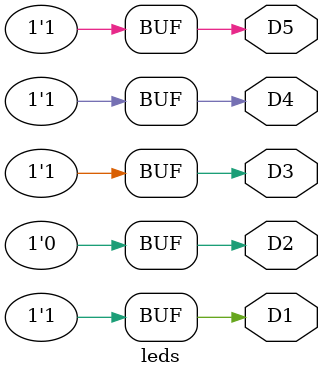
<source format=v>

module leds(output wire D1,
            output wire D2,
            output wire D3,
            output wire D4,
            output wire D5);

assign D1 = 1'b1;
assign D2 = 1'b0;
assign D3 = 1'b1;
assign D4 = 1'b1;
assign D5 = 1'b1;

endmodule

</source>
